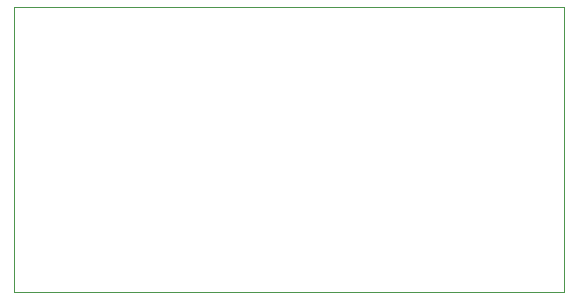
<source format=gbr>
%TF.GenerationSoftware,Altium Limited,Altium Designer,21.9.2 (33)*%
G04 Layer_Color=0*
%FSLAX25Y25*%
%MOIN*%
%TF.SameCoordinates,C6803599-17ED-4D67-9099-DDF32DD067AF*%
%TF.FilePolarity,Positive*%
%TF.FileFunction,Profile,NP*%
%TF.Part,Single*%
G01*
G75*
%TA.AperFunction,Profile*%
%ADD26C,0.00100*%
D26*
X0Y0D02*
X183500Y0D01*
X183500Y95000D01*
X0Y95000D01*
X0Y0D01*
%TF.MD5,e89e392bc8f2ccba7ff397bcc1b37aad*%
M02*

</source>
